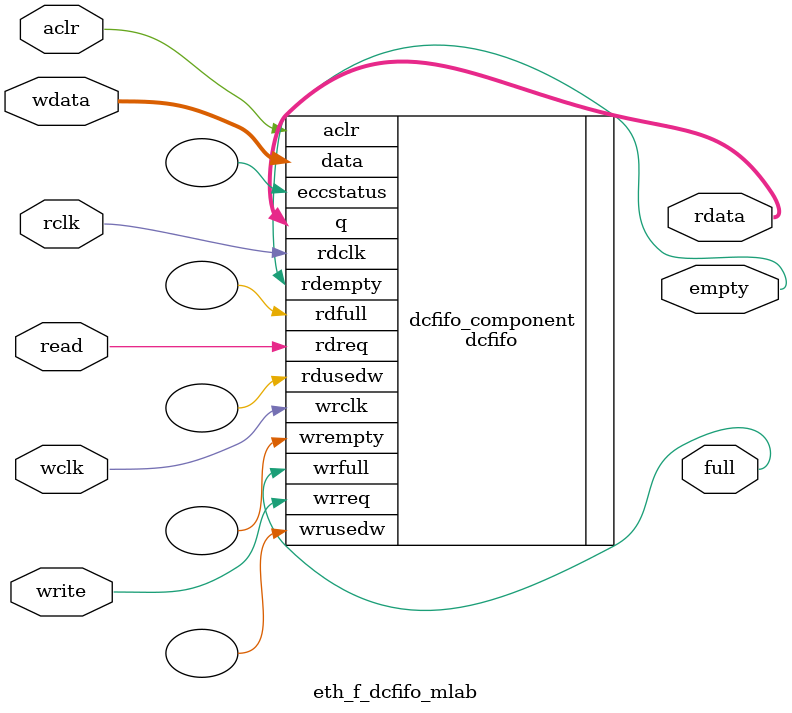
<source format=sv>


`timescale 1ns / 1ps
// synthesis translate_on

module eth_f_dcfifo_mlab #(
    parameter WIDTH         = 32,
    parameter SYNC_ACLR_W   = "ON",
    parameter SYNC_ACLR_R   = "ON"
) (
    input   logic               aclr,

    input   logic               wclk,
    input   logic               write,
    input   logic   [WIDTH-1:0] wdata,
    output  logic               full,

    input   logic               rclk,
    input   logic               read,
    output  logic   [WIDTH-1:0] rdata,
    output  logic               empty
);

    dcfifo #(
        .enable_ecc             ("FALSE"),
        .intended_device_family ("Stratix 10"),
        .lpm_hint               ("RAM_BLOCK_TYPE=MLAB,MAXIMUM_DEPTH=32,DISABLE_DCFIFO_EMBEDDED_TIMING_CONSTRAINT=TRUE"),
        .lpm_numwords           (32),
        .lpm_showahead          ("OFF"),
        .lpm_type               ("dcfifo"),
        .lpm_width              (WIDTH),
        .lpm_widthu             (5),
        .overflow_checking      ("OFF"),
        .rdsync_delaypipe       (4),
        .read_aclr_synch        (SYNC_ACLR_R),
        .underflow_checking     ("OFF"),
        .use_eab                ("ON"),
        .write_aclr_synch       (SYNC_ACLR_W),
        .wrsync_delaypipe       (4)
    ) dcfifo_component (
        .aclr       (aclr),
        .data       (wdata),
        .rdclk      (rclk),
        .rdreq      (read),
        .wrclk      (wclk),
        .wrreq      (write),
        .q          (rdata),
        .rdempty    (empty),
        .wrfull     (full),
        .eccstatus  (/* unused */),
        .rdfull     (/* unused */),
        .rdusedw    (/* unused */),
        .wrempty    (/* unused */),
        .wrusedw    (/* unused */)
    );

endmodule
`ifdef QUESTA_INTEL_OEM
`pragma questa_oem_00 "Jbn39HeDxGqNcYGZOx4Z9ucCs2oEh/b8uMkRaNvB5DRjzJrJYrpJKWFCISE85ii6tH9zuuCEo6X0af6OauTQ+Ozwk1tsZmSo/aK9UOYVqiI4L0mMLnnDyFPJBEUN+znp6d+oie84TxrwJugN/66eG6ek4cTulks0EXWtTfhwKcotsw0Xz4/SS3GVym/4tne0z9smydSL74/eJ6ocrXzqMjpfEjy1qL7mzZl6AEz+onphzGcqFxa2fb0/Fhpmz8r49XdoAQUZCGDDsL4/kbXzTLSZZ4jsHWxPZ1EZxcSvKSYFA/+pj+gHB9KL5lhJ7mL/GajH3Kv6ZKAmaCZfSN4wK2yStx2AUvWhchpxbj6BPtSoys+aKUI+DHyprQC1TJP0mYt7lM/SY2nFd+qBfTt18BgHTNGbGrw2Ab9Xknd9WY++85vRqcGJ3DNRWmugrBuvDkUB9BAaTDtctdb+6fKFlFQWL5dY+hmDCI4LzS041kxKuAH5qKm4CLXReEHNoej1jocwYz0XTP/q93sN3j+oRHHas+85tf500ibwA1UN2FLLl8zSWuMM0QYn/K2w2FfCrOhdPouUqjwGZ/bef5zY4fK7925WTZZ/HqAeUiHNBjwpiZmVAAxSGrrMWfJ03+69zxILyQghpYpSU+M3d47wZXdXAW24gLabkS/SFEBCqx40G4RotnrYFL5OHL8kAJyObLIE1L/08aI4+23jglOORth30xIHQ4Duq24iY7CjDzWUjikAhQgcDydT4gLfIDyi2heVz9dhcZWNhZUeEUuClKGwImVLayWuhBnCuuvtI42s5m+R4dEm2x4No7QH2FgPgGnYDl+dlGthy4D6ZwIzTZUAAZ0gSvYp8UhHnbrJUTVUjDLujMtkYaTV5rANxvjgMXaB20IRd0wpUsKvHYvGbKbWmclOlyPWhfdIwk0xI4VK94sS1uDRJDeS5Gjyge165LrGSHV9eqRCzEmh2Ud1ssBWoZtkoob/gyPQKBPC+R/hvUIkv/6EVl/gwL2MuYuQ"
`endif
</source>
